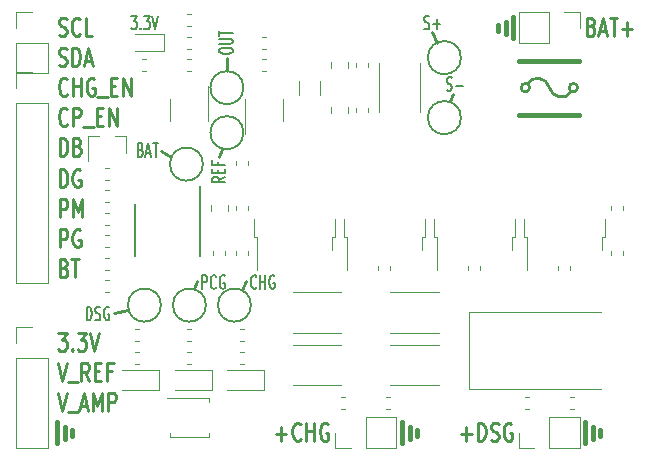
<source format=gbr>
G04 #@! TF.GenerationSoftware,KiCad,Pcbnew,(5.1.2)-2*
G04 #@! TF.CreationDate,2019-08-30T17:07:24-04:00*
G04 #@! TF.ProjectId,PowerStage SubBoard 0-2,506f7765-7253-4746-9167-652053756242,rev?*
G04 #@! TF.SameCoordinates,Original*
G04 #@! TF.FileFunction,Legend,Top*
G04 #@! TF.FilePolarity,Positive*
%FSLAX46Y46*%
G04 Gerber Fmt 4.6, Leading zero omitted, Abs format (unit mm)*
G04 Created by KiCad (PCBNEW (5.1.2)-2) date 2019-08-30 17:07:24*
%MOMM*%
%LPD*%
G04 APERTURE LIST*
%ADD10C,0.254000*%
%ADD11C,0.190500*%
%ADD12C,0.381000*%
%ADD13C,0.120000*%
%ADD14C,0.150000*%
G04 APERTURE END LIST*
D10*
X138430000Y-102870000D02*
X139573000Y-102616000D01*
D11*
X136089571Y-103514071D02*
X136089571Y-102371071D01*
X136271000Y-102371071D01*
X136379857Y-102425500D01*
X136452428Y-102534357D01*
X136488714Y-102643214D01*
X136525000Y-102860928D01*
X136525000Y-103024214D01*
X136488714Y-103241928D01*
X136452428Y-103350785D01*
X136379857Y-103459642D01*
X136271000Y-103514071D01*
X136089571Y-103514071D01*
X136815285Y-103459642D02*
X136924142Y-103514071D01*
X137105571Y-103514071D01*
X137178142Y-103459642D01*
X137214428Y-103405214D01*
X137250714Y-103296357D01*
X137250714Y-103187500D01*
X137214428Y-103078642D01*
X137178142Y-103024214D01*
X137105571Y-102969785D01*
X136960428Y-102915357D01*
X136887857Y-102860928D01*
X136851571Y-102806500D01*
X136815285Y-102697642D01*
X136815285Y-102588785D01*
X136851571Y-102479928D01*
X136887857Y-102425500D01*
X136960428Y-102371071D01*
X137141857Y-102371071D01*
X137250714Y-102425500D01*
X137976428Y-102425500D02*
X137903857Y-102371071D01*
X137795000Y-102371071D01*
X137686142Y-102425500D01*
X137613571Y-102534357D01*
X137577285Y-102643214D01*
X137541000Y-102860928D01*
X137541000Y-103024214D01*
X137577285Y-103241928D01*
X137613571Y-103350785D01*
X137686142Y-103459642D01*
X137795000Y-103514071D01*
X137867571Y-103514071D01*
X137976428Y-103459642D01*
X138012714Y-103405214D01*
X138012714Y-103024214D01*
X137867571Y-103024214D01*
D10*
X145161000Y-100838000D02*
X145415000Y-100203000D01*
D11*
X145850428Y-100847071D02*
X145850428Y-99704071D01*
X146140714Y-99704071D01*
X146213285Y-99758500D01*
X146249571Y-99812928D01*
X146285857Y-99921785D01*
X146285857Y-100085071D01*
X146249571Y-100193928D01*
X146213285Y-100248357D01*
X146140714Y-100302785D01*
X145850428Y-100302785D01*
X147047857Y-100738214D02*
X147011571Y-100792642D01*
X146902714Y-100847071D01*
X146830142Y-100847071D01*
X146721285Y-100792642D01*
X146648714Y-100683785D01*
X146612428Y-100574928D01*
X146576142Y-100357214D01*
X146576142Y-100193928D01*
X146612428Y-99976214D01*
X146648714Y-99867357D01*
X146721285Y-99758500D01*
X146830142Y-99704071D01*
X146902714Y-99704071D01*
X147011571Y-99758500D01*
X147047857Y-99812928D01*
X147773571Y-99758500D02*
X147701000Y-99704071D01*
X147592142Y-99704071D01*
X147483285Y-99758500D01*
X147410714Y-99867357D01*
X147374428Y-99976214D01*
X147338142Y-100193928D01*
X147338142Y-100357214D01*
X147374428Y-100574928D01*
X147410714Y-100683785D01*
X147483285Y-100792642D01*
X147592142Y-100847071D01*
X147664714Y-100847071D01*
X147773571Y-100792642D01*
X147809857Y-100738214D01*
X147809857Y-100357214D01*
X147664714Y-100357214D01*
D10*
X149225000Y-100965000D02*
X149606000Y-100203000D01*
D11*
X150458714Y-100738214D02*
X150422428Y-100792642D01*
X150313571Y-100847071D01*
X150241000Y-100847071D01*
X150132142Y-100792642D01*
X150059571Y-100683785D01*
X150023285Y-100574928D01*
X149987000Y-100357214D01*
X149987000Y-100193928D01*
X150023285Y-99976214D01*
X150059571Y-99867357D01*
X150132142Y-99758500D01*
X150241000Y-99704071D01*
X150313571Y-99704071D01*
X150422428Y-99758500D01*
X150458714Y-99812928D01*
X150785285Y-100847071D02*
X150785285Y-99704071D01*
X150785285Y-100248357D02*
X151220714Y-100248357D01*
X151220714Y-100847071D02*
X151220714Y-99704071D01*
X151982714Y-99758500D02*
X151910142Y-99704071D01*
X151801285Y-99704071D01*
X151692428Y-99758500D01*
X151619857Y-99867357D01*
X151583571Y-99976214D01*
X151547285Y-100193928D01*
X151547285Y-100357214D01*
X151583571Y-100574928D01*
X151619857Y-100683785D01*
X151692428Y-100792642D01*
X151801285Y-100847071D01*
X151873857Y-100847071D01*
X151982714Y-100792642D01*
X152019000Y-100738214D01*
X152019000Y-100357214D01*
X151873857Y-100357214D01*
D10*
X167132000Y-84328000D02*
X166878000Y-84963000D01*
D11*
X166569571Y-84028642D02*
X166678428Y-84083071D01*
X166859857Y-84083071D01*
X166932428Y-84028642D01*
X166968714Y-83974214D01*
X167005000Y-83865357D01*
X167005000Y-83756500D01*
X166968714Y-83647642D01*
X166932428Y-83593214D01*
X166859857Y-83538785D01*
X166714714Y-83484357D01*
X166642142Y-83429928D01*
X166605857Y-83375500D01*
X166569571Y-83266642D01*
X166569571Y-83157785D01*
X166605857Y-83048928D01*
X166642142Y-82994500D01*
X166714714Y-82940071D01*
X166896142Y-82940071D01*
X167005000Y-82994500D01*
X167331571Y-83647642D02*
X167912142Y-83647642D01*
D10*
X165354000Y-79121000D02*
X165735000Y-80010000D01*
D11*
X164664571Y-78821642D02*
X164773428Y-78876071D01*
X164954857Y-78876071D01*
X165027428Y-78821642D01*
X165063714Y-78767214D01*
X165100000Y-78658357D01*
X165100000Y-78549500D01*
X165063714Y-78440642D01*
X165027428Y-78386214D01*
X164954857Y-78331785D01*
X164809714Y-78277357D01*
X164737142Y-78222928D01*
X164700857Y-78168500D01*
X164664571Y-78059642D01*
X164664571Y-77950785D01*
X164700857Y-77841928D01*
X164737142Y-77787500D01*
X164809714Y-77733071D01*
X164991142Y-77733071D01*
X165100000Y-77787500D01*
X165426571Y-78440642D02*
X166007142Y-78440642D01*
X165716857Y-78876071D02*
X165716857Y-78005214D01*
D10*
X142367000Y-89154000D02*
X143256000Y-89662000D01*
D11*
X140661571Y-89072357D02*
X140770428Y-89126785D01*
X140806714Y-89181214D01*
X140843000Y-89290071D01*
X140843000Y-89453357D01*
X140806714Y-89562214D01*
X140770428Y-89616642D01*
X140697857Y-89671071D01*
X140407571Y-89671071D01*
X140407571Y-88528071D01*
X140661571Y-88528071D01*
X140734142Y-88582500D01*
X140770428Y-88636928D01*
X140806714Y-88745785D01*
X140806714Y-88854642D01*
X140770428Y-88963500D01*
X140734142Y-89017928D01*
X140661571Y-89072357D01*
X140407571Y-89072357D01*
X141133285Y-89344500D02*
X141496142Y-89344500D01*
X141060714Y-89671071D02*
X141314714Y-88528071D01*
X141568714Y-89671071D01*
X141713857Y-88528071D02*
X142149285Y-88528071D01*
X141931571Y-89671071D02*
X141931571Y-88528071D01*
D10*
X147955000Y-81280000D02*
X147955000Y-82420000D01*
D11*
X147329071Y-80772000D02*
X147329071Y-80626857D01*
X147383500Y-80554285D01*
X147492357Y-80481714D01*
X147710071Y-80445428D01*
X148091071Y-80445428D01*
X148308785Y-80481714D01*
X148417642Y-80554285D01*
X148472071Y-80626857D01*
X148472071Y-80772000D01*
X148417642Y-80844571D01*
X148308785Y-80917142D01*
X148091071Y-80953428D01*
X147710071Y-80953428D01*
X147492357Y-80917142D01*
X147383500Y-80844571D01*
X147329071Y-80772000D01*
X147329071Y-80118857D02*
X148254357Y-80118857D01*
X148363214Y-80082571D01*
X148417642Y-80046285D01*
X148472071Y-79973714D01*
X148472071Y-79828571D01*
X148417642Y-79756000D01*
X148363214Y-79719714D01*
X148254357Y-79683428D01*
X147329071Y-79683428D01*
X147329071Y-79429428D02*
X147329071Y-78994000D01*
X148472071Y-79211714D02*
X147329071Y-79211714D01*
D10*
X147320000Y-89662000D02*
X147574000Y-89027000D01*
D11*
X147837071Y-91367428D02*
X147292785Y-91621428D01*
X147837071Y-91802857D02*
X146694071Y-91802857D01*
X146694071Y-91512571D01*
X146748500Y-91440000D01*
X146802928Y-91403714D01*
X146911785Y-91367428D01*
X147075071Y-91367428D01*
X147183928Y-91403714D01*
X147238357Y-91440000D01*
X147292785Y-91512571D01*
X147292785Y-91802857D01*
X147238357Y-91040857D02*
X147238357Y-90786857D01*
X147837071Y-90678000D02*
X147837071Y-91040857D01*
X146694071Y-91040857D01*
X146694071Y-90678000D01*
X147238357Y-90097428D02*
X147238357Y-90351428D01*
X147837071Y-90351428D02*
X146694071Y-90351428D01*
X146694071Y-89988571D01*
D10*
X134168242Y-99078142D02*
X134331528Y-99150714D01*
X134385957Y-99223285D01*
X134440385Y-99368428D01*
X134440385Y-99586142D01*
X134385957Y-99731285D01*
X134331528Y-99803857D01*
X134222671Y-99876428D01*
X133787242Y-99876428D01*
X133787242Y-98352428D01*
X134168242Y-98352428D01*
X134277100Y-98425000D01*
X134331528Y-98497571D01*
X134385957Y-98642714D01*
X134385957Y-98787857D01*
X134331528Y-98933000D01*
X134277100Y-99005571D01*
X134168242Y-99078142D01*
X133787242Y-99078142D01*
X134766957Y-98352428D02*
X135420100Y-98352428D01*
X135093528Y-99876428D02*
X135093528Y-98352428D01*
X133787242Y-97336428D02*
X133787242Y-95812428D01*
X134222671Y-95812428D01*
X134331528Y-95885000D01*
X134385957Y-95957571D01*
X134440385Y-96102714D01*
X134440385Y-96320428D01*
X134385957Y-96465571D01*
X134331528Y-96538142D01*
X134222671Y-96610714D01*
X133787242Y-96610714D01*
X135528957Y-95885000D02*
X135420100Y-95812428D01*
X135256814Y-95812428D01*
X135093528Y-95885000D01*
X134984671Y-96030142D01*
X134930242Y-96175285D01*
X134875814Y-96465571D01*
X134875814Y-96683285D01*
X134930242Y-96973571D01*
X134984671Y-97118714D01*
X135093528Y-97263857D01*
X135256814Y-97336428D01*
X135365671Y-97336428D01*
X135528957Y-97263857D01*
X135583385Y-97191285D01*
X135583385Y-96683285D01*
X135365671Y-96683285D01*
X133787242Y-94796428D02*
X133787242Y-93272428D01*
X134222671Y-93272428D01*
X134331528Y-93345000D01*
X134385957Y-93417571D01*
X134440385Y-93562714D01*
X134440385Y-93780428D01*
X134385957Y-93925571D01*
X134331528Y-93998142D01*
X134222671Y-94070714D01*
X133787242Y-94070714D01*
X134930242Y-94796428D02*
X134930242Y-93272428D01*
X135311242Y-94361000D01*
X135692242Y-93272428D01*
X135692242Y-94796428D01*
X133787242Y-92256428D02*
X133787242Y-90732428D01*
X134059385Y-90732428D01*
X134222671Y-90805000D01*
X134331528Y-90950142D01*
X134385957Y-91095285D01*
X134440385Y-91385571D01*
X134440385Y-91603285D01*
X134385957Y-91893571D01*
X134331528Y-92038714D01*
X134222671Y-92183857D01*
X134059385Y-92256428D01*
X133787242Y-92256428D01*
X135528957Y-90805000D02*
X135420100Y-90732428D01*
X135256814Y-90732428D01*
X135093528Y-90805000D01*
X134984671Y-90950142D01*
X134930242Y-91095285D01*
X134875814Y-91385571D01*
X134875814Y-91603285D01*
X134930242Y-91893571D01*
X134984671Y-92038714D01*
X135093528Y-92183857D01*
X135256814Y-92256428D01*
X135365671Y-92256428D01*
X135528957Y-92183857D01*
X135583385Y-92111285D01*
X135583385Y-91603285D01*
X135365671Y-91603285D01*
X133787242Y-89589428D02*
X133787242Y-88065428D01*
X134059385Y-88065428D01*
X134222671Y-88138000D01*
X134331528Y-88283142D01*
X134385957Y-88428285D01*
X134440385Y-88718571D01*
X134440385Y-88936285D01*
X134385957Y-89226571D01*
X134331528Y-89371714D01*
X134222671Y-89516857D01*
X134059385Y-89589428D01*
X133787242Y-89589428D01*
X135311242Y-88791142D02*
X135474528Y-88863714D01*
X135528957Y-88936285D01*
X135583385Y-89081428D01*
X135583385Y-89299142D01*
X135528957Y-89444285D01*
X135474528Y-89516857D01*
X135365671Y-89589428D01*
X134930242Y-89589428D01*
X134930242Y-88065428D01*
X135311242Y-88065428D01*
X135420100Y-88138000D01*
X135474528Y-88210571D01*
X135528957Y-88355714D01*
X135528957Y-88500857D01*
X135474528Y-88646000D01*
X135420100Y-88718571D01*
X135311242Y-88791142D01*
X134930242Y-88791142D01*
X134440385Y-86904285D02*
X134385957Y-86976857D01*
X134222671Y-87049428D01*
X134113814Y-87049428D01*
X133950528Y-86976857D01*
X133841671Y-86831714D01*
X133787242Y-86686571D01*
X133732814Y-86396285D01*
X133732814Y-86178571D01*
X133787242Y-85888285D01*
X133841671Y-85743142D01*
X133950528Y-85598000D01*
X134113814Y-85525428D01*
X134222671Y-85525428D01*
X134385957Y-85598000D01*
X134440385Y-85670571D01*
X134930242Y-87049428D02*
X134930242Y-85525428D01*
X135365671Y-85525428D01*
X135474528Y-85598000D01*
X135528957Y-85670571D01*
X135583385Y-85815714D01*
X135583385Y-86033428D01*
X135528957Y-86178571D01*
X135474528Y-86251142D01*
X135365671Y-86323714D01*
X134930242Y-86323714D01*
X135801100Y-87194571D02*
X136671957Y-87194571D01*
X136944100Y-86251142D02*
X137325100Y-86251142D01*
X137488385Y-87049428D02*
X136944100Y-87049428D01*
X136944100Y-85525428D01*
X137488385Y-85525428D01*
X137978242Y-87049428D02*
X137978242Y-85525428D01*
X138631385Y-87049428D01*
X138631385Y-85525428D01*
X134440385Y-84364285D02*
X134385957Y-84436857D01*
X134222671Y-84509428D01*
X134113814Y-84509428D01*
X133950528Y-84436857D01*
X133841671Y-84291714D01*
X133787242Y-84146571D01*
X133732814Y-83856285D01*
X133732814Y-83638571D01*
X133787242Y-83348285D01*
X133841671Y-83203142D01*
X133950528Y-83058000D01*
X134113814Y-82985428D01*
X134222671Y-82985428D01*
X134385957Y-83058000D01*
X134440385Y-83130571D01*
X134930242Y-84509428D02*
X134930242Y-82985428D01*
X134930242Y-83711142D02*
X135583385Y-83711142D01*
X135583385Y-84509428D02*
X135583385Y-82985428D01*
X136726385Y-83058000D02*
X136617528Y-82985428D01*
X136454242Y-82985428D01*
X136290957Y-83058000D01*
X136182100Y-83203142D01*
X136127671Y-83348285D01*
X136073242Y-83638571D01*
X136073242Y-83856285D01*
X136127671Y-84146571D01*
X136182100Y-84291714D01*
X136290957Y-84436857D01*
X136454242Y-84509428D01*
X136563100Y-84509428D01*
X136726385Y-84436857D01*
X136780814Y-84364285D01*
X136780814Y-83856285D01*
X136563100Y-83856285D01*
X136998528Y-84654571D02*
X137869385Y-84654571D01*
X138141528Y-83711142D02*
X138522528Y-83711142D01*
X138685814Y-84509428D02*
X138141528Y-84509428D01*
X138141528Y-82985428D01*
X138685814Y-82985428D01*
X139175671Y-84509428D02*
X139175671Y-82985428D01*
X139828814Y-84509428D01*
X139828814Y-82985428D01*
X133732814Y-81896857D02*
X133896100Y-81969428D01*
X134168242Y-81969428D01*
X134277100Y-81896857D01*
X134331528Y-81824285D01*
X134385957Y-81679142D01*
X134385957Y-81534000D01*
X134331528Y-81388857D01*
X134277100Y-81316285D01*
X134168242Y-81243714D01*
X133950528Y-81171142D01*
X133841671Y-81098571D01*
X133787242Y-81026000D01*
X133732814Y-80880857D01*
X133732814Y-80735714D01*
X133787242Y-80590571D01*
X133841671Y-80518000D01*
X133950528Y-80445428D01*
X134222671Y-80445428D01*
X134385957Y-80518000D01*
X134875814Y-81969428D02*
X134875814Y-80445428D01*
X135147957Y-80445428D01*
X135311242Y-80518000D01*
X135420100Y-80663142D01*
X135474528Y-80808285D01*
X135528957Y-81098571D01*
X135528957Y-81316285D01*
X135474528Y-81606571D01*
X135420100Y-81751714D01*
X135311242Y-81896857D01*
X135147957Y-81969428D01*
X134875814Y-81969428D01*
X135964385Y-81534000D02*
X136508671Y-81534000D01*
X135855528Y-81969428D02*
X136236528Y-80445428D01*
X136617528Y-81969428D01*
X133732814Y-79356857D02*
X133896100Y-79429428D01*
X134168242Y-79429428D01*
X134277100Y-79356857D01*
X134331528Y-79284285D01*
X134385957Y-79139142D01*
X134385957Y-78994000D01*
X134331528Y-78848857D01*
X134277100Y-78776285D01*
X134168242Y-78703714D01*
X133950528Y-78631142D01*
X133841671Y-78558571D01*
X133787242Y-78486000D01*
X133732814Y-78340857D01*
X133732814Y-78195714D01*
X133787242Y-78050571D01*
X133841671Y-77978000D01*
X133950528Y-77905428D01*
X134222671Y-77905428D01*
X134385957Y-77978000D01*
X135528957Y-79284285D02*
X135474528Y-79356857D01*
X135311242Y-79429428D01*
X135202385Y-79429428D01*
X135039100Y-79356857D01*
X134930242Y-79211714D01*
X134875814Y-79066571D01*
X134821385Y-78776285D01*
X134821385Y-78558571D01*
X134875814Y-78268285D01*
X134930242Y-78123142D01*
X135039100Y-77978000D01*
X135202385Y-77905428D01*
X135311242Y-77905428D01*
X135474528Y-77978000D01*
X135528957Y-78050571D01*
X136563100Y-79429428D02*
X136018814Y-79429428D01*
X136018814Y-77905428D01*
D11*
X139845142Y-77733071D02*
X140316857Y-77733071D01*
X140062857Y-78168500D01*
X140171714Y-78168500D01*
X140244285Y-78222928D01*
X140280571Y-78277357D01*
X140316857Y-78386214D01*
X140316857Y-78658357D01*
X140280571Y-78767214D01*
X140244285Y-78821642D01*
X140171714Y-78876071D01*
X139954000Y-78876071D01*
X139881428Y-78821642D01*
X139845142Y-78767214D01*
X140643428Y-78767214D02*
X140679714Y-78821642D01*
X140643428Y-78876071D01*
X140607142Y-78821642D01*
X140643428Y-78767214D01*
X140643428Y-78876071D01*
X140933714Y-77733071D02*
X141405428Y-77733071D01*
X141151428Y-78168500D01*
X141260285Y-78168500D01*
X141332857Y-78222928D01*
X141369142Y-78277357D01*
X141405428Y-78386214D01*
X141405428Y-78658357D01*
X141369142Y-78767214D01*
X141332857Y-78821642D01*
X141260285Y-78876071D01*
X141042571Y-78876071D01*
X140970000Y-78821642D01*
X140933714Y-78767214D01*
X141623142Y-77733071D02*
X141877142Y-78876071D01*
X142131142Y-77733071D01*
D10*
X133678385Y-104575428D02*
X134385957Y-104575428D01*
X134004957Y-105156000D01*
X134168242Y-105156000D01*
X134277100Y-105228571D01*
X134331528Y-105301142D01*
X134385957Y-105446285D01*
X134385957Y-105809142D01*
X134331528Y-105954285D01*
X134277100Y-106026857D01*
X134168242Y-106099428D01*
X133841671Y-106099428D01*
X133732814Y-106026857D01*
X133678385Y-105954285D01*
X134875814Y-105954285D02*
X134930242Y-106026857D01*
X134875814Y-106099428D01*
X134821385Y-106026857D01*
X134875814Y-105954285D01*
X134875814Y-106099428D01*
X135311242Y-104575428D02*
X136018814Y-104575428D01*
X135637814Y-105156000D01*
X135801100Y-105156000D01*
X135909957Y-105228571D01*
X135964385Y-105301142D01*
X136018814Y-105446285D01*
X136018814Y-105809142D01*
X135964385Y-105954285D01*
X135909957Y-106026857D01*
X135801100Y-106099428D01*
X135474528Y-106099428D01*
X135365671Y-106026857D01*
X135311242Y-105954285D01*
X136345385Y-104575428D02*
X136726385Y-106099428D01*
X137107385Y-104575428D01*
X133623957Y-107115428D02*
X134004957Y-108639428D01*
X134385957Y-107115428D01*
X134494814Y-108784571D02*
X135365671Y-108784571D01*
X136290957Y-108639428D02*
X135909957Y-107913714D01*
X135637814Y-108639428D02*
X135637814Y-107115428D01*
X136073242Y-107115428D01*
X136182100Y-107188000D01*
X136236528Y-107260571D01*
X136290957Y-107405714D01*
X136290957Y-107623428D01*
X136236528Y-107768571D01*
X136182100Y-107841142D01*
X136073242Y-107913714D01*
X135637814Y-107913714D01*
X136780814Y-107841142D02*
X137161814Y-107841142D01*
X137325100Y-108639428D02*
X136780814Y-108639428D01*
X136780814Y-107115428D01*
X137325100Y-107115428D01*
X138195957Y-107841142D02*
X137814957Y-107841142D01*
X137814957Y-108639428D02*
X137814957Y-107115428D01*
X138359242Y-107115428D01*
X133623957Y-109655428D02*
X134004957Y-111179428D01*
X134385957Y-109655428D01*
X134494814Y-111324571D02*
X135365671Y-111324571D01*
X135583385Y-110744000D02*
X136127671Y-110744000D01*
X135474528Y-111179428D02*
X135855528Y-109655428D01*
X136236528Y-111179428D01*
X136617528Y-111179428D02*
X136617528Y-109655428D01*
X136998528Y-110744000D01*
X137379528Y-109655428D01*
X137379528Y-111179428D01*
X137923814Y-111179428D02*
X137923814Y-109655428D01*
X138359242Y-109655428D01*
X138468100Y-109728000D01*
X138522528Y-109800571D01*
X138576957Y-109945714D01*
X138576957Y-110163428D01*
X138522528Y-110308571D01*
X138468100Y-110381142D01*
X138359242Y-110453714D01*
X137923814Y-110453714D01*
D12*
X134874000Y-112776000D02*
X134874000Y-113284000D01*
X134239000Y-112522000D02*
X134239000Y-113538000D01*
X133604000Y-112141000D02*
X133604000Y-113919000D01*
D10*
X178788785Y-78631142D02*
X178952071Y-78703714D01*
X179006500Y-78776285D01*
X179060928Y-78921428D01*
X179060928Y-79139142D01*
X179006500Y-79284285D01*
X178952071Y-79356857D01*
X178843214Y-79429428D01*
X178407785Y-79429428D01*
X178407785Y-77905428D01*
X178788785Y-77905428D01*
X178897642Y-77978000D01*
X178952071Y-78050571D01*
X179006500Y-78195714D01*
X179006500Y-78340857D01*
X178952071Y-78486000D01*
X178897642Y-78558571D01*
X178788785Y-78631142D01*
X178407785Y-78631142D01*
X179496357Y-78994000D02*
X180040642Y-78994000D01*
X179387500Y-79429428D02*
X179768500Y-77905428D01*
X180149500Y-79429428D01*
X180367214Y-77905428D02*
X181020357Y-77905428D01*
X180693785Y-79429428D02*
X180693785Y-77905428D01*
X181401357Y-78848857D02*
X182272214Y-78848857D01*
X181836785Y-79429428D02*
X181836785Y-78268285D01*
D12*
X170942000Y-78994000D02*
X170942000Y-78486000D01*
X171577000Y-79248000D02*
X171577000Y-78232000D01*
X172212000Y-79629000D02*
X172212000Y-77851000D01*
D10*
X152127857Y-113138857D02*
X152998714Y-113138857D01*
X152563285Y-113719428D02*
X152563285Y-112558285D01*
X154196142Y-113574285D02*
X154141714Y-113646857D01*
X153978428Y-113719428D01*
X153869571Y-113719428D01*
X153706285Y-113646857D01*
X153597428Y-113501714D01*
X153543000Y-113356571D01*
X153488571Y-113066285D01*
X153488571Y-112848571D01*
X153543000Y-112558285D01*
X153597428Y-112413142D01*
X153706285Y-112268000D01*
X153869571Y-112195428D01*
X153978428Y-112195428D01*
X154141714Y-112268000D01*
X154196142Y-112340571D01*
X154686000Y-113719428D02*
X154686000Y-112195428D01*
X154686000Y-112921142D02*
X155339142Y-112921142D01*
X155339142Y-113719428D02*
X155339142Y-112195428D01*
X156482142Y-112268000D02*
X156373285Y-112195428D01*
X156210000Y-112195428D01*
X156046714Y-112268000D01*
X155937857Y-112413142D01*
X155883428Y-112558285D01*
X155829000Y-112848571D01*
X155829000Y-113066285D01*
X155883428Y-113356571D01*
X155937857Y-113501714D01*
X156046714Y-113646857D01*
X156210000Y-113719428D01*
X156318857Y-113719428D01*
X156482142Y-113646857D01*
X156536571Y-113574285D01*
X156536571Y-113066285D01*
X156318857Y-113066285D01*
X167803285Y-113138857D02*
X168674142Y-113138857D01*
X168238714Y-113719428D02*
X168238714Y-112558285D01*
X169218428Y-113719428D02*
X169218428Y-112195428D01*
X169490571Y-112195428D01*
X169653857Y-112268000D01*
X169762714Y-112413142D01*
X169817142Y-112558285D01*
X169871571Y-112848571D01*
X169871571Y-113066285D01*
X169817142Y-113356571D01*
X169762714Y-113501714D01*
X169653857Y-113646857D01*
X169490571Y-113719428D01*
X169218428Y-113719428D01*
X170307000Y-113646857D02*
X170470285Y-113719428D01*
X170742428Y-113719428D01*
X170851285Y-113646857D01*
X170905714Y-113574285D01*
X170960142Y-113429142D01*
X170960142Y-113284000D01*
X170905714Y-113138857D01*
X170851285Y-113066285D01*
X170742428Y-112993714D01*
X170524714Y-112921142D01*
X170415857Y-112848571D01*
X170361428Y-112776000D01*
X170307000Y-112630857D01*
X170307000Y-112485714D01*
X170361428Y-112340571D01*
X170415857Y-112268000D01*
X170524714Y-112195428D01*
X170796857Y-112195428D01*
X170960142Y-112268000D01*
X172048714Y-112268000D02*
X171939857Y-112195428D01*
X171776571Y-112195428D01*
X171613285Y-112268000D01*
X171504428Y-112413142D01*
X171450000Y-112558285D01*
X171395571Y-112848571D01*
X171395571Y-113066285D01*
X171450000Y-113356571D01*
X171504428Y-113501714D01*
X171613285Y-113646857D01*
X171776571Y-113719428D01*
X171885428Y-113719428D01*
X172048714Y-113646857D01*
X172103142Y-113574285D01*
X172103142Y-113066285D01*
X171885428Y-113066285D01*
D12*
X164084000Y-112776000D02*
X164084000Y-113284000D01*
X163449000Y-112522000D02*
X163449000Y-113538000D01*
X162814000Y-112141000D02*
X162814000Y-113919000D01*
X179578000Y-112776000D02*
X179578000Y-113284000D01*
X178943000Y-112522000D02*
X178943000Y-113538000D01*
X178308000Y-112141000D02*
X178308000Y-113919000D01*
D13*
G04 #@! TO.C,J4*
X130115000Y-82490000D02*
X131445000Y-82490000D01*
X130115000Y-83820000D02*
X130115000Y-82490000D01*
X130115000Y-85090000D02*
X132775000Y-85090000D01*
X132775000Y-85090000D02*
X132775000Y-100390000D01*
X130115000Y-85090000D02*
X130115000Y-100390000D01*
X130115000Y-100390000D02*
X132775000Y-100390000D01*
G04 #@! TO.C,R20*
X137623733Y-91632500D02*
X137966267Y-91632500D01*
X137623733Y-90612500D02*
X137966267Y-90612500D01*
G04 #@! TO.C,Q6*
X139375000Y-87886000D02*
X139375000Y-89346000D01*
X136215000Y-87886000D02*
X136215000Y-90046000D01*
X136215000Y-87886000D02*
X137145000Y-87886000D01*
X139375000Y-87886000D02*
X138445000Y-87886000D01*
G04 #@! TO.C,R19*
X140798733Y-82425000D02*
X141141267Y-82425000D01*
X140798733Y-81405000D02*
X141141267Y-81405000D01*
G04 #@! TO.C,D5*
X142630000Y-79275000D02*
X140170000Y-79275000D01*
X142630000Y-80745000D02*
X142630000Y-79275000D01*
X140170000Y-80745000D02*
X142630000Y-80745000D01*
G04 #@! TO.C,Q5*
X179710000Y-96450000D02*
X179710000Y-97550000D01*
X179980000Y-96450000D02*
X179710000Y-96450000D01*
X179980000Y-94950000D02*
X179980000Y-96450000D01*
X173350000Y-96450000D02*
X173350000Y-99280000D01*
X173080000Y-96450000D02*
X173350000Y-96450000D01*
X173080000Y-94950000D02*
X173080000Y-96450000D01*
G04 #@! TO.C,D1*
X151125000Y-109435000D02*
X147975000Y-109435000D01*
X151125000Y-107735000D02*
X147975000Y-107735000D01*
X151125000Y-109435000D02*
X151125000Y-107735000D01*
G04 #@! TO.C,R16*
X165882064Y-105605000D02*
X161777936Y-105605000D01*
X165882064Y-109025000D02*
X161777936Y-109025000D01*
G04 #@! TO.C,R15*
X157627064Y-101160000D02*
X153522936Y-101160000D01*
X157627064Y-104580000D02*
X153522936Y-104580000D01*
G04 #@! TO.C,R14*
X157627064Y-105605000D02*
X153522936Y-105605000D01*
X157627064Y-109025000D02*
X153522936Y-109025000D01*
D14*
G04 #@! TO.C,U3*
X145675000Y-92110000D02*
X145675000Y-98085000D01*
X140150000Y-93685000D02*
X140150000Y-98085000D01*
D13*
G04 #@! TO.C,U2*
X149520000Y-84825000D02*
X149520000Y-87775000D01*
X152740000Y-86625000D02*
X152740000Y-84825000D01*
G04 #@! TO.C,U1*
X146390000Y-86625000D02*
X146390000Y-83675000D01*
X143170000Y-84825000D02*
X143170000Y-86625000D01*
D14*
G04 #@! TO.C,TP8*
X142370000Y-102235000D02*
G75*
G03X142370000Y-102235000I-1400000J0D01*
G01*
G04 #@! TO.C,TP7*
X146180000Y-102235000D02*
G75*
G03X146180000Y-102235000I-1400000J0D01*
G01*
G04 #@! TO.C,TP6*
X149990000Y-102235000D02*
G75*
G03X149990000Y-102235000I-1400000J0D01*
G01*
G04 #@! TO.C,TP5*
X167770000Y-86360000D02*
G75*
G03X167770000Y-86360000I-1400000J0D01*
G01*
G04 #@! TO.C,TP4*
X167770000Y-81280000D02*
G75*
G03X167770000Y-81280000I-1400000J0D01*
G01*
G04 #@! TO.C,TP3*
X145926000Y-90297000D02*
G75*
G03X145926000Y-90297000I-1400000J0D01*
G01*
G04 #@! TO.C,TP2*
X149355000Y-87630000D02*
G75*
G03X149355000Y-87630000I-1400000J0D01*
G01*
G04 #@! TO.C,TP1*
X149355000Y-83820000D02*
G75*
G03X149355000Y-83820000I-1400000J0D01*
G01*
D13*
G04 #@! TO.C,R18*
X137966267Y-94422500D02*
X137623733Y-94422500D01*
X137966267Y-95442500D02*
X137623733Y-95442500D01*
G04 #@! TO.C,R17*
X165882064Y-101160000D02*
X161777936Y-101160000D01*
X165882064Y-104580000D02*
X161777936Y-104580000D01*
G04 #@! TO.C,R13*
X140163733Y-107190000D02*
X140506267Y-107190000D01*
X140163733Y-106170000D02*
X140506267Y-106170000D01*
G04 #@! TO.C,R12*
X140163733Y-105285000D02*
X140506267Y-105285000D01*
X140163733Y-104265000D02*
X140506267Y-104265000D01*
G04 #@! TO.C,R11*
X137623733Y-99252500D02*
X137966267Y-99252500D01*
X137623733Y-98232500D02*
X137966267Y-98232500D01*
G04 #@! TO.C,R10*
X144951267Y-104265000D02*
X144608733Y-104265000D01*
X144951267Y-105285000D02*
X144608733Y-105285000D01*
G04 #@! TO.C,R9*
X144608733Y-107190000D02*
X144951267Y-107190000D01*
X144608733Y-106170000D02*
X144951267Y-106170000D01*
G04 #@! TO.C,R8*
X137966267Y-96327500D02*
X137623733Y-96327500D01*
X137966267Y-97347500D02*
X137623733Y-97347500D01*
G04 #@! TO.C,R7*
X137623733Y-101157500D02*
X137966267Y-101157500D01*
X137623733Y-100137500D02*
X137966267Y-100137500D01*
G04 #@! TO.C,R6*
X149396267Y-104265000D02*
X149053733Y-104265000D01*
X149396267Y-105285000D02*
X149053733Y-105285000D01*
G04 #@! TO.C,R5*
X149053733Y-107190000D02*
X149396267Y-107190000D01*
X149053733Y-106170000D02*
X149396267Y-106170000D01*
G04 #@! TO.C,R4*
X158875000Y-85553733D02*
X158875000Y-85896267D01*
X159895000Y-85553733D02*
X159895000Y-85896267D01*
G04 #@! TO.C,R3*
X164270000Y-85872064D02*
X164270000Y-81767936D01*
X160850000Y-85872064D02*
X160850000Y-81767936D01*
G04 #@! TO.C,R2*
X159895000Y-82086267D02*
X159895000Y-81743733D01*
X158875000Y-82086267D02*
X158875000Y-81743733D01*
G04 #@! TO.C,R1*
X148715000Y-89998733D02*
X148715000Y-90341267D01*
X149735000Y-89998733D02*
X149735000Y-90341267D01*
G04 #@! TO.C,Q4*
X164470000Y-96450000D02*
X164470000Y-97550000D01*
X164740000Y-96450000D02*
X164470000Y-96450000D01*
X164740000Y-94950000D02*
X164740000Y-96450000D01*
X158110000Y-96450000D02*
X158110000Y-99280000D01*
X157840000Y-96450000D02*
X158110000Y-96450000D01*
X157840000Y-94950000D02*
X157840000Y-96450000D01*
G04 #@! TO.C,Q3*
X172090000Y-96450000D02*
X172090000Y-97550000D01*
X172360000Y-96450000D02*
X172090000Y-96450000D01*
X172360000Y-94950000D02*
X172360000Y-96450000D01*
X165730000Y-96450000D02*
X165730000Y-99280000D01*
X165460000Y-96450000D02*
X165730000Y-96450000D01*
X165460000Y-94950000D02*
X165460000Y-96450000D01*
G04 #@! TO.C,Q2*
X146415000Y-110125000D02*
X146415000Y-110460000D01*
X146415000Y-113060000D02*
X146415000Y-113395000D01*
X143145000Y-113060000D02*
X143145000Y-113395000D01*
X143145000Y-113395000D02*
X146415000Y-113395000D01*
X142910000Y-110125000D02*
X146415000Y-110125000D01*
G04 #@! TO.C,Q1*
X156850000Y-96450000D02*
X156850000Y-97550000D01*
X157120000Y-96450000D02*
X156850000Y-96450000D01*
X157120000Y-94950000D02*
X157120000Y-96450000D01*
X150490000Y-96450000D02*
X150490000Y-99280000D01*
X150220000Y-96450000D02*
X150490000Y-96450000D01*
X150220000Y-94950000D02*
X150220000Y-96450000D01*
G04 #@! TO.C,J6*
X172660000Y-114360000D02*
X172660000Y-113030000D01*
X173990000Y-114360000D02*
X172660000Y-114360000D01*
X175260000Y-114360000D02*
X175260000Y-111700000D01*
X175260000Y-111700000D02*
X177860000Y-111700000D01*
X175260000Y-114360000D02*
X177860000Y-114360000D01*
X177860000Y-114360000D02*
X177860000Y-111700000D01*
G04 #@! TO.C,J5*
X157102500Y-114360000D02*
X157102500Y-113030000D01*
X158432500Y-114360000D02*
X157102500Y-114360000D01*
X159702500Y-114360000D02*
X159702500Y-111700000D01*
X159702500Y-111700000D02*
X162302500Y-111700000D01*
X159702500Y-114360000D02*
X162302500Y-114360000D01*
X162302500Y-114360000D02*
X162302500Y-111700000D01*
G04 #@! TO.C,J3*
X130115000Y-104080000D02*
X131445000Y-104080000D01*
X130115000Y-105410000D02*
X130115000Y-104080000D01*
X130115000Y-106680000D02*
X132775000Y-106680000D01*
X132775000Y-106680000D02*
X132775000Y-114360000D01*
X130115000Y-106680000D02*
X130115000Y-114360000D01*
X130115000Y-114360000D02*
X132775000Y-114360000D01*
G04 #@! TO.C,J2*
X130115000Y-77410000D02*
X131445000Y-77410000D01*
X130115000Y-78740000D02*
X130115000Y-77410000D01*
X130115000Y-80010000D02*
X132775000Y-80010000D01*
X132775000Y-80010000D02*
X132775000Y-82610000D01*
X130115000Y-80010000D02*
X130115000Y-82610000D01*
X130115000Y-82610000D02*
X132775000Y-82610000D01*
G04 #@! TO.C,J1*
X177860000Y-77410000D02*
X177860000Y-78740000D01*
X176530000Y-77410000D02*
X177860000Y-77410000D01*
X175260000Y-77410000D02*
X175260000Y-80070000D01*
X175260000Y-80070000D02*
X172660000Y-80070000D01*
X175260000Y-77410000D02*
X172660000Y-77410000D01*
X172660000Y-77410000D02*
X172660000Y-80070000D01*
G04 #@! TO.C,FB5*
X177040000Y-99231267D02*
X177040000Y-98888733D01*
X176020000Y-99231267D02*
X176020000Y-98888733D01*
G04 #@! TO.C,FB4*
X161800000Y-99231267D02*
X161800000Y-98888733D01*
X160780000Y-99231267D02*
X160780000Y-98888733D01*
G04 #@! TO.C,FB3*
X169420000Y-99231267D02*
X169420000Y-98888733D01*
X168400000Y-99231267D02*
X168400000Y-98888733D01*
G04 #@! TO.C,FB2*
X150958733Y-82425000D02*
X151301267Y-82425000D01*
X150958733Y-81405000D02*
X151301267Y-81405000D01*
G04 #@! TO.C,FB1*
X144951267Y-79500000D02*
X144608733Y-79500000D01*
X144951267Y-80520000D02*
X144608733Y-80520000D01*
D12*
G04 #@! TO.C,F1*
X172720000Y-81534000D02*
X177800000Y-81534000D01*
X177800000Y-86106000D02*
X172720000Y-86106000D01*
D10*
X173372619Y-83493080D02*
G75*
G02X175260000Y-83820000I871381J-580920D01*
G01*
X177147381Y-84146920D02*
G75*
G02X175260000Y-83820000I-871381J580920D01*
G01*
X177651210Y-83820000D02*
G75*
G03X177651210Y-83820000I-359210J0D01*
G01*
X173587210Y-83820000D02*
G75*
G03X173587210Y-83820000I-359210J0D01*
G01*
D13*
G04 #@! TO.C,D4*
X168460000Y-102795000D02*
X179660000Y-102795000D01*
X168460000Y-109295000D02*
X179660000Y-109295000D01*
X168460000Y-109295000D02*
X168460000Y-102795000D01*
G04 #@! TO.C,D3*
X142235000Y-109435000D02*
X139085000Y-109435000D01*
X142235000Y-107735000D02*
X139085000Y-107735000D01*
X142235000Y-109435000D02*
X142235000Y-107735000D01*
G04 #@! TO.C,D2*
X146680000Y-109435000D02*
X143530000Y-109435000D01*
X146680000Y-107735000D02*
X143530000Y-107735000D01*
X146680000Y-109435000D02*
X146680000Y-107735000D01*
G04 #@! TO.C,C17*
X176993733Y-111000000D02*
X177336267Y-111000000D01*
X176993733Y-109980000D02*
X177336267Y-109980000D01*
G04 #@! TO.C,C16*
X173183733Y-111000000D02*
X173526267Y-111000000D01*
X173183733Y-109980000D02*
X173526267Y-109980000D01*
G04 #@! TO.C,C15*
X161436233Y-111000000D02*
X161778767Y-111000000D01*
X161436233Y-109980000D02*
X161778767Y-109980000D01*
G04 #@! TO.C,C14*
X157626233Y-111000000D02*
X157968767Y-111000000D01*
X157626233Y-109980000D02*
X157968767Y-109980000D01*
G04 #@! TO.C,C13*
X137966267Y-92517500D02*
X137623733Y-92517500D01*
X137966267Y-93537500D02*
X137623733Y-93537500D01*
G04 #@! TO.C,C12*
X180465000Y-97618733D02*
X180465000Y-97961267D01*
X181485000Y-97618733D02*
X181485000Y-97961267D01*
G04 #@! TO.C,C11*
X180465000Y-93808733D02*
X180465000Y-94151267D01*
X181485000Y-93808733D02*
X181485000Y-94151267D01*
G04 #@! TO.C,C10*
X148715000Y-97618733D02*
X148715000Y-97961267D01*
X149735000Y-97618733D02*
X149735000Y-97961267D01*
G04 #@! TO.C,C9*
X148715000Y-93808733D02*
X148715000Y-94151267D01*
X149735000Y-93808733D02*
X149735000Y-94151267D01*
G04 #@! TO.C,C8*
X156770000Y-85463748D02*
X156770000Y-85986252D01*
X158190000Y-85463748D02*
X158190000Y-85986252D01*
G04 #@! TO.C,C7*
X154030000Y-83217936D02*
X154030000Y-84422064D01*
X155850000Y-83217936D02*
X155850000Y-84422064D01*
G04 #@! TO.C,C6*
X158190000Y-82176252D02*
X158190000Y-81653748D01*
X156770000Y-82176252D02*
X156770000Y-81653748D01*
G04 #@! TO.C,C5*
X148030000Y-94241252D02*
X148030000Y-93718748D01*
X146610000Y-94241252D02*
X146610000Y-93718748D01*
G04 #@! TO.C,C4*
X146810000Y-97618733D02*
X146810000Y-97961267D01*
X147830000Y-97618733D02*
X147830000Y-97961267D01*
G04 #@! TO.C,C3*
X151301267Y-79500000D02*
X150958733Y-79500000D01*
X151301267Y-80520000D02*
X150958733Y-80520000D01*
G04 #@! TO.C,C2*
X144951267Y-77595000D02*
X144608733Y-77595000D01*
X144951267Y-78615000D02*
X144608733Y-78615000D01*
G04 #@! TO.C,C1*
X144951267Y-81405000D02*
X144608733Y-81405000D01*
X144951267Y-82425000D02*
X144608733Y-82425000D01*
G04 #@! TD*
M02*

</source>
